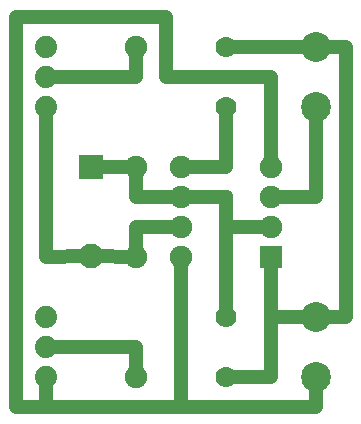
<source format=gbl>
G04 MADE WITH FRITZING*
G04 WWW.FRITZING.ORG*
G04 DOUBLE SIDED*
G04 HOLES PLATED*
G04 CONTOUR ON CENTER OF CONTOUR VECTOR*
%ASAXBY*%
%FSLAX23Y23*%
%MOIN*%
%OFA0B0*%
%SFA1.0B1.0*%
%ADD10C,0.099583*%
%ADD11C,0.074000*%
%ADD12C,0.075000*%
%ADD13C,0.070000*%
%ADD14C,0.082000*%
%ADD15R,0.075000X0.075000*%
%ADD16R,0.082000X0.082000*%
%ADD17C,0.048000*%
%ADD18R,0.001000X0.001000*%
%LNCOPPER0*%
G90*
G70*
G54D10*
X1100Y1096D03*
X1100Y1296D03*
X1100Y196D03*
X1100Y396D03*
G54D11*
X199Y1096D03*
X199Y1196D03*
X199Y1296D03*
X199Y196D03*
X199Y296D03*
X199Y396D03*
G54D12*
X950Y596D03*
X650Y596D03*
X950Y696D03*
X650Y696D03*
X950Y796D03*
X650Y796D03*
X950Y896D03*
X650Y896D03*
G54D13*
X800Y1296D03*
X800Y1096D03*
G54D14*
X350Y896D03*
X350Y598D03*
G54D13*
X800Y396D03*
X800Y196D03*
G54D12*
X500Y1296D03*
X500Y896D03*
X500Y196D03*
X500Y596D03*
G54D15*
X950Y596D03*
G54D16*
X350Y897D03*
G54D17*
X1101Y796D02*
X1100Y1067D01*
D02*
X968Y796D02*
X1101Y796D01*
D02*
X500Y796D02*
X500Y879D01*
D02*
X633Y796D02*
X500Y796D01*
D02*
X951Y395D02*
X1071Y396D01*
D02*
X1200Y395D02*
X1129Y396D01*
D02*
X1200Y1296D02*
X1200Y395D01*
D02*
X1129Y1296D02*
X1200Y1296D01*
D02*
X815Y1296D02*
X1071Y1296D01*
D02*
X500Y696D02*
X500Y614D01*
D02*
X633Y696D02*
X500Y696D01*
D02*
X483Y896D02*
X371Y896D01*
D02*
X950Y197D02*
X951Y395D01*
D02*
X951Y395D02*
X950Y579D01*
D02*
X815Y196D02*
X950Y197D01*
D02*
X800Y696D02*
X800Y796D01*
D02*
X800Y411D02*
X800Y696D01*
D02*
X650Y97D02*
X650Y579D01*
D02*
X1101Y97D02*
X650Y97D01*
D02*
X1100Y167D02*
X1101Y97D01*
D02*
X200Y97D02*
X200Y176D01*
D02*
X650Y97D02*
X200Y97D01*
D02*
X500Y296D02*
X219Y296D01*
D02*
X500Y214D02*
X500Y296D01*
D02*
X483Y596D02*
X371Y598D01*
D02*
X800Y897D02*
X800Y1081D01*
D02*
X668Y896D02*
X800Y897D01*
D02*
X201Y595D02*
X199Y1076D01*
D02*
X329Y598D02*
X201Y595D01*
D02*
X500Y1196D02*
X219Y1196D01*
D02*
X500Y1279D02*
X500Y1196D01*
D02*
X950Y1196D02*
X950Y914D01*
D02*
X600Y1196D02*
X950Y1196D01*
D02*
X601Y1396D02*
X600Y1196D01*
D02*
X100Y1396D02*
X601Y1396D01*
D02*
X100Y97D02*
X100Y1396D01*
D02*
X200Y97D02*
X100Y97D01*
G54D18*
X646Y820D02*
X805Y820D01*
X642Y819D02*
X808Y819D01*
X640Y818D02*
X810Y818D01*
X638Y817D02*
X812Y817D01*
X637Y816D02*
X814Y816D01*
X635Y815D02*
X815Y815D01*
X634Y814D02*
X816Y814D01*
X633Y813D02*
X817Y813D01*
X632Y812D02*
X818Y812D01*
X631Y811D02*
X819Y811D01*
X631Y810D02*
X819Y810D01*
X630Y809D02*
X820Y809D01*
X630Y808D02*
X821Y808D01*
X629Y807D02*
X821Y807D01*
X628Y806D02*
X822Y806D01*
X628Y805D02*
X822Y805D01*
X628Y804D02*
X822Y804D01*
X628Y803D02*
X823Y803D01*
X627Y802D02*
X823Y802D01*
X627Y801D02*
X823Y801D01*
X627Y800D02*
X823Y800D01*
X627Y799D02*
X823Y799D01*
X627Y798D02*
X824Y798D01*
X627Y797D02*
X824Y797D01*
X627Y796D02*
X824Y796D01*
X627Y795D02*
X824Y795D01*
X627Y794D02*
X823Y794D01*
X627Y793D02*
X823Y793D01*
X627Y792D02*
X823Y792D01*
X627Y791D02*
X823Y791D01*
X628Y790D02*
X823Y790D01*
X628Y789D02*
X822Y789D01*
X628Y788D02*
X822Y788D01*
X629Y787D02*
X822Y787D01*
X629Y786D02*
X821Y786D01*
X630Y785D02*
X820Y785D01*
X630Y784D02*
X820Y784D01*
X631Y783D02*
X819Y783D01*
X632Y782D02*
X819Y782D01*
X632Y781D02*
X818Y781D01*
X633Y780D02*
X817Y780D01*
X634Y779D02*
X816Y779D01*
X635Y778D02*
X815Y778D01*
X637Y777D02*
X813Y777D01*
X638Y776D02*
X812Y776D01*
X640Y775D02*
X810Y775D01*
X642Y774D02*
X807Y774D01*
X646Y773D02*
X804Y773D01*
X797Y720D02*
X954Y720D01*
X793Y719D02*
X957Y719D01*
X790Y718D02*
X960Y718D01*
X789Y717D02*
X962Y717D01*
X787Y716D02*
X963Y716D01*
X786Y715D02*
X964Y715D01*
X785Y714D02*
X966Y714D01*
X783Y713D02*
X967Y713D01*
X783Y712D02*
X967Y712D01*
X782Y711D02*
X968Y711D01*
X781Y710D02*
X969Y710D01*
X780Y709D02*
X970Y709D01*
X780Y708D02*
X970Y708D01*
X779Y707D02*
X971Y707D01*
X779Y706D02*
X971Y706D01*
X778Y705D02*
X972Y705D01*
X778Y704D02*
X972Y704D01*
X778Y703D02*
X972Y703D01*
X777Y702D02*
X973Y702D01*
X777Y701D02*
X973Y701D01*
X777Y700D02*
X973Y700D01*
X777Y699D02*
X973Y699D01*
X777Y698D02*
X973Y698D01*
X777Y697D02*
X973Y697D01*
X777Y696D02*
X973Y696D01*
X777Y695D02*
X973Y695D01*
X777Y694D02*
X973Y694D01*
X777Y693D02*
X973Y693D01*
X777Y692D02*
X973Y692D01*
X777Y691D02*
X973Y691D01*
X778Y690D02*
X972Y690D01*
X778Y689D02*
X972Y689D01*
X778Y688D02*
X972Y688D01*
X779Y687D02*
X971Y687D01*
X779Y686D02*
X971Y686D01*
X780Y685D02*
X970Y685D01*
X780Y684D02*
X970Y684D01*
X781Y683D02*
X969Y683D01*
X781Y682D02*
X968Y682D01*
X782Y681D02*
X967Y681D01*
X783Y680D02*
X967Y680D01*
X784Y679D02*
X966Y679D01*
X785Y678D02*
X964Y678D01*
X786Y677D02*
X963Y677D01*
X788Y676D02*
X962Y676D01*
X790Y675D02*
X960Y675D01*
X792Y674D02*
X957Y674D01*
X795Y673D02*
X954Y673D01*
D02*
G04 End of Copper0*
M02*
</source>
